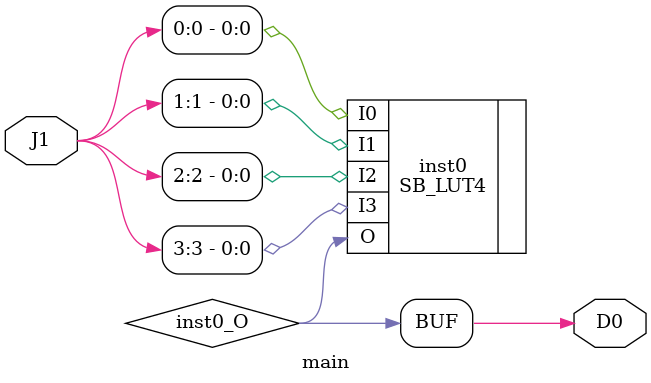
<source format=v>
module main (input [3:0] J1, output  D0);
wire  inst0_O;
SB_LUT4 #(.LUT_INIT(16'hAAAA)) inst0 (.I0(J1[0]), .I1(J1[1]), .I2(J1[2]), .I3(J1[3]), .O(inst0_O));
assign D0 = inst0_O;
endmodule


</source>
